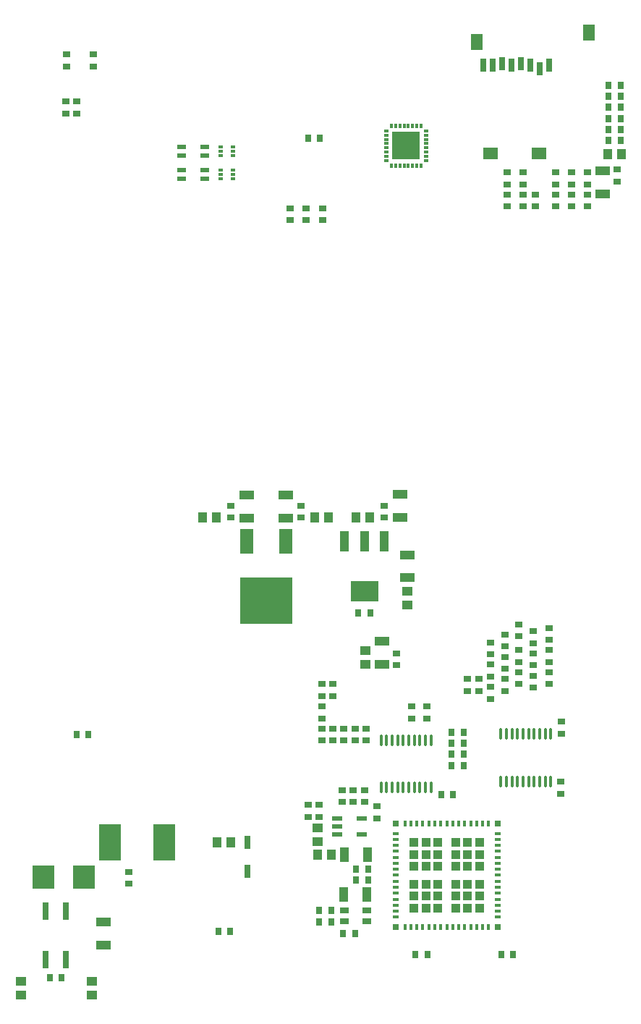
<source format=gbp>
G04 Layer_Color=128*
%FSLAX44Y44*%
%MOMM*%
G71*
G01*
G75*
%ADD11R,0.8000X0.9000*%
%ADD12R,1.7000X1.1000*%
%ADD13R,0.9000X0.8000*%
%ADD20R,2.6162X2.7432*%
%ADD25R,1.3000X1.0000*%
%ADD26R,1.1000X1.7000*%
%ADD30R,0.8000X1.6000*%
%ADD86R,1.0000X1.3000*%
%ADD87R,1.1000X0.6000*%
%ADD88R,6.2000X5.4000*%
%ADD89R,1.5000X3.0000*%
%ADD90O,0.4000X1.3500*%
%ADD91R,1.0000X1.0000*%
%ADD92R,0.4000X0.7500*%
%ADD93R,0.7500X0.4000*%
%ADD94R,0.7500X0.7500*%
%ADD95R,1.2000X0.5000*%
%ADD96R,1.0500X0.8000*%
%ADD97R,0.8000X1.5000*%
%ADD98R,1.4000X1.9000*%
%ADD99R,1.8000X1.4000*%
%ADD100R,2.6000X4.2000*%
%ADD101R,3.3000X2.4000*%
%ADD102R,1.0000X2.4000*%
%ADD103R,0.8000X2.0000*%
%ADD104R,0.5000X0.3000*%
%ADD105R,0.3000X0.5000*%
%ADD106R,3.2000X3.2000*%
%ADD107R,0.5000X0.3000*%
D11*
X653002Y107000D02*
D03*
X667002D02*
D03*
X553002D02*
D03*
X567002D02*
D03*
X482000Y131000D02*
D03*
X468000D02*
D03*
X582998Y294000D02*
D03*
X596998D02*
D03*
X139002Y80000D02*
D03*
X125002D02*
D03*
X441002Y1062000D02*
D03*
X427002D02*
D03*
X486002Y506000D02*
D03*
X500002D02*
D03*
X322002Y134000D02*
D03*
X336002D02*
D03*
X608998Y341000D02*
D03*
X594998D02*
D03*
X608998Y367000D02*
D03*
X594998D02*
D03*
X595002Y354000D02*
D03*
X609002D02*
D03*
X595001Y328000D02*
D03*
X609002D02*
D03*
X454002Y158000D02*
D03*
X440002D02*
D03*
X454000Y145000D02*
D03*
X440000D02*
D03*
X497502Y194002D02*
D03*
X483502D02*
D03*
X497502Y207002D02*
D03*
X483502D02*
D03*
X156002Y364000D02*
D03*
X170002D02*
D03*
X778998Y1072000D02*
D03*
X792998D02*
D03*
X778998Y1085000D02*
D03*
X792998D02*
D03*
X778998Y1111000D02*
D03*
X792998D02*
D03*
X778998Y1098000D02*
D03*
X792998D02*
D03*
X778998Y1124000D02*
D03*
X792998D02*
D03*
Y1059000D02*
D03*
X778998D02*
D03*
D12*
X543000Y574500D02*
D03*
Y547500D02*
D03*
X535000Y645500D02*
D03*
Y618500D02*
D03*
X355000Y617500D02*
D03*
Y644500D02*
D03*
X401000Y617500D02*
D03*
Y644500D02*
D03*
X513500Y446247D02*
D03*
Y473247D02*
D03*
X772000Y996500D02*
D03*
Y1023500D02*
D03*
X188000Y117500D02*
D03*
Y144500D02*
D03*
D13*
X456000Y423002D02*
D03*
Y409002D02*
D03*
X443000Y423002D02*
D03*
Y409002D02*
D03*
X493000Y298998D02*
D03*
Y284998D02*
D03*
X480000Y298998D02*
D03*
Y284998D02*
D03*
X467000Y298998D02*
D03*
Y284998D02*
D03*
X495000Y370998D02*
D03*
Y356998D02*
D03*
X482000Y370998D02*
D03*
Y356998D02*
D03*
X469000Y370998D02*
D03*
Y356998D02*
D03*
X531000Y459000D02*
D03*
Y445000D02*
D03*
X709000Y449003D02*
D03*
Y463003D02*
D03*
X337000Y631998D02*
D03*
Y617998D02*
D03*
X419000Y631998D02*
D03*
Y617998D02*
D03*
X789000Y1024998D02*
D03*
Y1010998D02*
D03*
X143750Y1090602D02*
D03*
Y1104602D02*
D03*
X156750D02*
D03*
Y1090602D02*
D03*
X217000Y203498D02*
D03*
Y189498D02*
D03*
X516000Y631998D02*
D03*
Y617998D02*
D03*
X723000Y309002D02*
D03*
Y295002D02*
D03*
X724000Y364998D02*
D03*
Y378998D02*
D03*
X508000Y266002D02*
D03*
Y280002D02*
D03*
X440000Y281998D02*
D03*
Y267998D02*
D03*
X427000D02*
D03*
Y281998D02*
D03*
X456000Y357002D02*
D03*
Y371002D02*
D03*
X443000Y357002D02*
D03*
Y371002D02*
D03*
Y397002D02*
D03*
Y383002D02*
D03*
X566000Y382998D02*
D03*
Y396998D02*
D03*
X548000Y382998D02*
D03*
Y396998D02*
D03*
X674000Y423002D02*
D03*
Y437002D02*
D03*
X709000Y423002D02*
D03*
Y437002D02*
D03*
X691000Y419002D02*
D03*
Y433002D02*
D03*
X658000Y415000D02*
D03*
Y429000D02*
D03*
X614000Y428998D02*
D03*
Y414998D02*
D03*
X627000Y415002D02*
D03*
Y429002D02*
D03*
X641000Y406002D02*
D03*
Y420002D02*
D03*
Y432002D02*
D03*
Y446002D02*
D03*
X658000Y441000D02*
D03*
Y455000D02*
D03*
X674000Y449002D02*
D03*
Y463002D02*
D03*
X691000Y445002D02*
D03*
Y459002D02*
D03*
X709000Y475002D02*
D03*
Y489002D02*
D03*
X674000Y479002D02*
D03*
Y493002D02*
D03*
X658000Y467002D02*
D03*
Y481002D02*
D03*
X641000Y458002D02*
D03*
Y472002D02*
D03*
X735750Y982003D02*
D03*
Y996003D02*
D03*
X716750Y982003D02*
D03*
Y996003D02*
D03*
X693000Y982003D02*
D03*
Y996003D02*
D03*
X678750Y982005D02*
D03*
Y996005D02*
D03*
X660000Y982003D02*
D03*
Y996003D02*
D03*
X753750Y1022002D02*
D03*
Y1008002D02*
D03*
X735750Y1022000D02*
D03*
Y1008000D02*
D03*
X753750Y996005D02*
D03*
Y982005D02*
D03*
X716750Y1022000D02*
D03*
Y1008000D02*
D03*
X678750Y1022002D02*
D03*
Y1008002D02*
D03*
X660000Y1022000D02*
D03*
Y1008000D02*
D03*
X425000Y966002D02*
D03*
Y980002D02*
D03*
X444000D02*
D03*
Y966002D02*
D03*
X406000Y980002D02*
D03*
Y966002D02*
D03*
X144750Y1145598D02*
D03*
Y1159598D02*
D03*
X175750D02*
D03*
Y1145598D02*
D03*
X691000Y471002D02*
D03*
Y485002D02*
D03*
D20*
X164495Y197000D02*
D03*
X117505D02*
D03*
D25*
X543000Y516000D02*
D03*
Y532000D02*
D03*
X438000Y239000D02*
D03*
Y255000D02*
D03*
X494000Y462000D02*
D03*
Y446000D02*
D03*
X174000Y59000D02*
D03*
Y75000D02*
D03*
X91000Y59000D02*
D03*
Y75000D02*
D03*
D26*
X469000Y177002D02*
D03*
X496000D02*
D03*
X469500Y224000D02*
D03*
X496500D02*
D03*
D30*
X356000Y238000D02*
D03*
Y204000D02*
D03*
D86*
X337000Y238000D02*
D03*
X321000D02*
D03*
X451000Y618000D02*
D03*
X435000D02*
D03*
X320000D02*
D03*
X304000D02*
D03*
X499000D02*
D03*
X483000D02*
D03*
X438000Y224000D02*
D03*
X454000D02*
D03*
X794000Y1043000D02*
D03*
X778000D02*
D03*
D87*
X306500Y1024500D02*
D03*
Y1014500D02*
D03*
X279500Y1024500D02*
D03*
Y1014500D02*
D03*
X306500Y1051500D02*
D03*
Y1041500D02*
D03*
X279500Y1051500D02*
D03*
Y1041500D02*
D03*
D88*
X378000Y520750D02*
D03*
D89*
X401000Y590250D02*
D03*
X355000D02*
D03*
D90*
X512500Y357500D02*
D03*
X519000D02*
D03*
X525500D02*
D03*
X532000D02*
D03*
X538500D02*
D03*
X545000D02*
D03*
X551500D02*
D03*
X558000D02*
D03*
X564500D02*
D03*
X571000D02*
D03*
X512500Y302000D02*
D03*
X519000D02*
D03*
X525500D02*
D03*
X532000D02*
D03*
X538500D02*
D03*
X545000D02*
D03*
X551500D02*
D03*
X558000D02*
D03*
X564500D02*
D03*
X571000D02*
D03*
X652750Y364750D02*
D03*
X659250D02*
D03*
X665750D02*
D03*
X672250D02*
D03*
X678750D02*
D03*
X685250D02*
D03*
X691750D02*
D03*
X698250D02*
D03*
X704750D02*
D03*
X711250D02*
D03*
X652750Y309250D02*
D03*
X659250D02*
D03*
X665750D02*
D03*
X672250D02*
D03*
X678750D02*
D03*
X685250D02*
D03*
X691750D02*
D03*
X698250D02*
D03*
X704750D02*
D03*
X711250D02*
D03*
D91*
X628000Y238000D02*
D03*
X551000Y161000D02*
D03*
Y175000D02*
D03*
X565000Y161000D02*
D03*
Y175000D02*
D03*
X579000Y161000D02*
D03*
Y175000D02*
D03*
X551000Y189000D02*
D03*
X565000D02*
D03*
X579000D02*
D03*
X551000Y210000D02*
D03*
Y224000D02*
D03*
X565000Y210000D02*
D03*
Y224000D02*
D03*
X579000Y210000D02*
D03*
Y224000D02*
D03*
X551000Y238000D02*
D03*
X565000D02*
D03*
X579000D02*
D03*
X600000Y175000D02*
D03*
X614000D02*
D03*
Y189000D02*
D03*
X600000D02*
D03*
Y210000D02*
D03*
Y224000D02*
D03*
Y238000D02*
D03*
X614000Y210000D02*
D03*
Y224000D02*
D03*
Y238000D02*
D03*
X600000Y161000D02*
D03*
X614000D02*
D03*
X628000D02*
D03*
Y175000D02*
D03*
Y189000D02*
D03*
Y210000D02*
D03*
Y224000D02*
D03*
D92*
X638500Y259750D02*
D03*
X631500D02*
D03*
X624500D02*
D03*
X617500D02*
D03*
X610500D02*
D03*
X603500D02*
D03*
X596500D02*
D03*
X589500D02*
D03*
X582500D02*
D03*
X575500D02*
D03*
X568500D02*
D03*
X561500D02*
D03*
X554500D02*
D03*
X547500D02*
D03*
X540500Y139250D02*
D03*
X547500D02*
D03*
X554500D02*
D03*
X561500D02*
D03*
X568500D02*
D03*
X575500D02*
D03*
X582500D02*
D03*
X589500D02*
D03*
X596500D02*
D03*
X603500D02*
D03*
X610500D02*
D03*
X617500D02*
D03*
X624500D02*
D03*
X631500D02*
D03*
X540500Y259750D02*
D03*
X638500Y139250D02*
D03*
D93*
X529750Y248500D02*
D03*
Y241500D02*
D03*
Y234500D02*
D03*
Y227500D02*
D03*
Y220500D02*
D03*
Y213500D02*
D03*
Y206500D02*
D03*
Y199500D02*
D03*
Y192500D02*
D03*
Y185500D02*
D03*
Y178500D02*
D03*
Y171500D02*
D03*
Y164500D02*
D03*
Y157500D02*
D03*
Y150500D02*
D03*
X649250D02*
D03*
Y157500D02*
D03*
Y164500D02*
D03*
Y171500D02*
D03*
Y178500D02*
D03*
Y185500D02*
D03*
Y192500D02*
D03*
Y199500D02*
D03*
Y206500D02*
D03*
Y213500D02*
D03*
Y220500D02*
D03*
Y227500D02*
D03*
Y234500D02*
D03*
Y241500D02*
D03*
Y248500D02*
D03*
D94*
X529750Y259750D02*
D03*
Y139250D02*
D03*
X649250D02*
D03*
Y259750D02*
D03*
D95*
X461000Y247000D02*
D03*
Y256500D02*
D03*
Y266000D02*
D03*
X490000D02*
D03*
Y247000D02*
D03*
D96*
X495750Y146002D02*
D03*
X469250D02*
D03*
Y158002D02*
D03*
X495750D02*
D03*
D97*
X709149Y1147250D02*
D03*
X698151Y1143250D02*
D03*
X687150Y1147250D02*
D03*
X676149Y1149249D02*
D03*
X665149Y1147250D02*
D03*
X654150Y1149249D02*
D03*
X643150Y1147250D02*
D03*
X632149D02*
D03*
D98*
X755750Y1185749D02*
D03*
X624249Y1174251D02*
D03*
D99*
X697150Y1044251D02*
D03*
X640249D02*
D03*
D100*
X259000Y238000D02*
D03*
X195000D02*
D03*
D101*
X493000Y532000D02*
D03*
D102*
X516000Y590000D02*
D03*
X493000D02*
D03*
X470000D02*
D03*
D103*
X144000Y100500D02*
D03*
X120000D02*
D03*
X144000Y157500D02*
D03*
X120000D02*
D03*
D104*
X518500Y1035500D02*
D03*
Y1070500D02*
D03*
Y1065500D02*
D03*
Y1060500D02*
D03*
Y1055500D02*
D03*
Y1050500D02*
D03*
Y1045500D02*
D03*
Y1040500D02*
D03*
X565500Y1070500D02*
D03*
Y1065500D02*
D03*
Y1060500D02*
D03*
Y1055500D02*
D03*
Y1050500D02*
D03*
Y1045500D02*
D03*
Y1040500D02*
D03*
Y1035500D02*
D03*
D105*
X524500Y1076500D02*
D03*
X529500D02*
D03*
X534500D02*
D03*
X539500D02*
D03*
X544500D02*
D03*
X559500D02*
D03*
Y1029500D02*
D03*
X554500D02*
D03*
X549500D02*
D03*
X544500D02*
D03*
X539500D02*
D03*
X534500D02*
D03*
X529500D02*
D03*
X524500D02*
D03*
X554500Y1076500D02*
D03*
X549500D02*
D03*
D106*
X542000Y1053000D02*
D03*
D107*
X325000Y1046500D02*
D03*
Y1051500D02*
D03*
Y1041500D02*
D03*
X339000Y1051500D02*
D03*
Y1046500D02*
D03*
Y1041500D02*
D03*
Y1014500D02*
D03*
Y1019500D02*
D03*
Y1024500D02*
D03*
X325000Y1014500D02*
D03*
Y1024500D02*
D03*
Y1019500D02*
D03*
M02*

</source>
